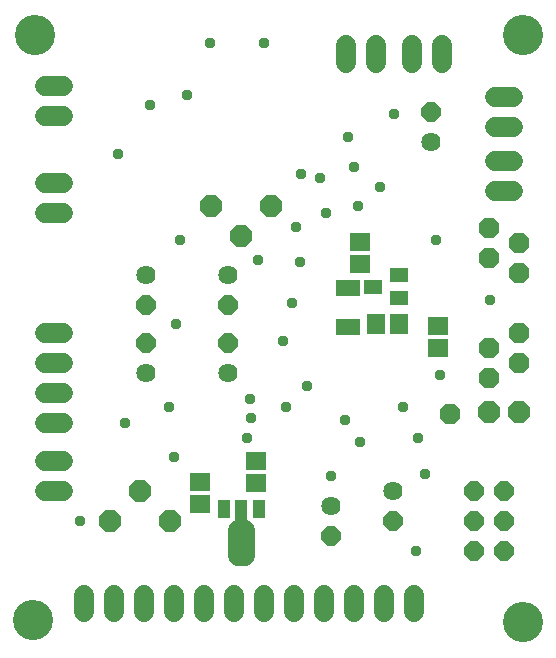
<source format=gbr>
G04 EAGLE Gerber X2 export*
%TF.Part,Single*%
%TF.FileFunction,Soldermask,Top,1*%
%TF.FilePolarity,Negative*%
%TF.GenerationSoftware,Autodesk,EAGLE,8.7.1*%
%TF.CreationDate,2019-02-08T14:13:12Z*%
G75*
%MOMM*%
%FSLAX34Y34*%
%LPD*%
%AMOC8*
5,1,8,0,0,1.08239X$1,22.5*%
G01*
%ADD10C,3.403200*%
%ADD11R,1.703200X1.503200*%
%ADD12P,1.759533X8X112.500000*%
%ADD13C,1.625600*%
%ADD14P,1.759533X8X292.500000*%
%ADD15R,1.603200X1.203200*%
%ADD16P,2.034460X8X112.500000*%
%ADD17P,1.869504X8X22.500000*%
%ADD18R,2.003200X1.403200*%
%ADD19R,1.503200X1.703200*%
%ADD20P,2.034460X8X22.500000*%
%ADD21P,2.034460X8X202.500000*%
%ADD22R,1.003200X1.603200*%
%ADD23R,1.003200X2.103200*%
%ADD24C,1.676400*%
%ADD25C,1.711200*%
%ADD26C,0.959600*%


D10*
X22225Y23813D03*
X436563Y22225D03*
X23813Y519113D03*
X436563Y519113D03*
D11*
X211138Y139725D03*
X211138Y158725D03*
D12*
X187325Y258763D03*
D13*
X187325Y233363D03*
D14*
X187325Y290513D03*
D13*
X187325Y315913D03*
D12*
X117475Y258763D03*
D13*
X117475Y233363D03*
D14*
X117475Y290513D03*
D13*
X117475Y315913D03*
D14*
X327025Y107950D03*
D13*
X327025Y133350D03*
D11*
X163513Y122263D03*
X163513Y141263D03*
X298450Y344463D03*
X298450Y325463D03*
D14*
X274638Y95250D03*
D13*
X274638Y120650D03*
D15*
X309675Y306388D03*
X331675Y315888D03*
X331675Y296888D03*
D16*
X407988Y200025D03*
X433388Y200025D03*
D17*
X433388Y317500D03*
X374650Y198438D03*
X433388Y266700D03*
X407988Y254000D03*
X433388Y241300D03*
X407988Y228600D03*
X407988Y355600D03*
X433388Y342900D03*
X407988Y330200D03*
D18*
X288925Y272425D03*
X288925Y305425D03*
D19*
X331763Y274638D03*
X312763Y274638D03*
D11*
X365125Y273025D03*
X365125Y254025D03*
D20*
X138113Y107950D03*
X87313Y107950D03*
X112713Y133350D03*
D21*
X173038Y374650D03*
X223838Y374650D03*
X198438Y349250D03*
D12*
X420688Y82550D03*
X395288Y82550D03*
X420688Y107950D03*
X395288Y107950D03*
X420688Y133350D03*
X395288Y133350D03*
D22*
X213428Y118235D03*
X183448Y118235D03*
D23*
X198438Y115695D03*
D24*
X195644Y99909D02*
X201232Y99909D01*
X201232Y78141D01*
X195644Y78141D01*
X195644Y99909D01*
X195644Y94904D02*
X201232Y94904D01*
D25*
X368300Y495698D02*
X368300Y510778D01*
X342900Y510778D02*
X342900Y495698D01*
X413148Y387350D02*
X428228Y387350D01*
X428228Y412750D02*
X413148Y412750D01*
X47228Y393700D02*
X32148Y393700D01*
X32148Y368300D02*
X47228Y368300D01*
X47228Y133350D02*
X32148Y133350D01*
X32148Y158750D02*
X47228Y158750D01*
X47228Y266700D02*
X32148Y266700D01*
X32148Y241300D02*
X47228Y241300D01*
X47228Y215900D02*
X32148Y215900D01*
X32148Y190500D02*
X47228Y190500D01*
X344488Y45640D02*
X344488Y30560D01*
X319088Y30560D02*
X319088Y45640D01*
X293688Y45640D02*
X293688Y30560D01*
X268288Y30560D02*
X268288Y45640D01*
X242888Y45640D02*
X242888Y30560D01*
X217488Y30560D02*
X217488Y45640D01*
X192088Y45640D02*
X192088Y30560D01*
X166688Y30560D02*
X166688Y45640D01*
X141288Y45640D02*
X141288Y30560D01*
X115888Y30560D02*
X115888Y45640D01*
X90488Y45640D02*
X90488Y30560D01*
X65088Y30560D02*
X65088Y45640D01*
X47228Y450850D02*
X32148Y450850D01*
X32148Y476250D02*
X47228Y476250D01*
X312738Y495698D02*
X312738Y510778D01*
X287338Y510778D02*
X287338Y495698D01*
X413148Y466725D02*
X428228Y466725D01*
X428228Y441325D02*
X413148Y441325D01*
D12*
X358775Y454025D03*
D13*
X358775Y428625D03*
D26*
X142875Y274320D03*
X171450Y512763D03*
X146050Y346075D03*
X217488Y512763D03*
X269875Y368300D03*
X409258Y295275D03*
X315913Y390525D03*
X274638Y146050D03*
X347663Y177800D03*
X203196Y177804D03*
X141288Y161925D03*
X296863Y374650D03*
X346075Y82550D03*
X233363Y260350D03*
X236538Y204788D03*
X285750Y193675D03*
X244475Y357188D03*
X298450Y174625D03*
X212725Y328613D03*
X206058Y210820D03*
X137478Y204470D03*
X100013Y190500D03*
X206375Y195263D03*
X366713Y231775D03*
X254000Y222250D03*
X241618Y292100D03*
X334963Y204788D03*
X247650Y327025D03*
X152400Y468313D03*
X120650Y460375D03*
X265113Y398463D03*
X293688Y407670D03*
X288608Y433070D03*
X327338Y452759D03*
X363538Y346075D03*
X249238Y401638D03*
X61913Y107950D03*
X93599Y419037D03*
X354013Y147638D03*
M02*

</source>
